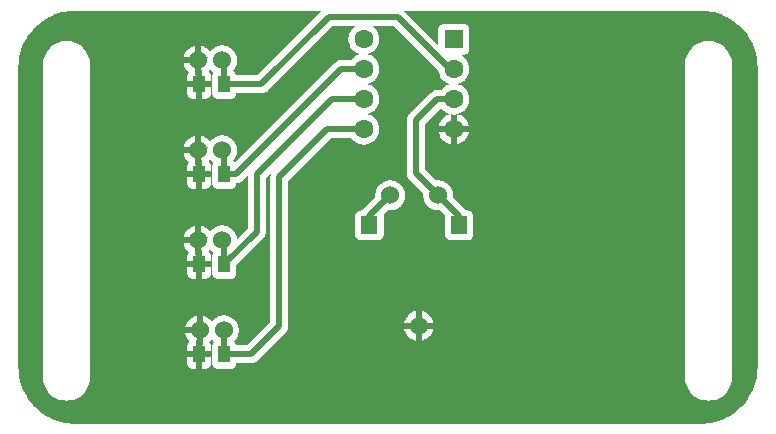
<source format=gbl>
G04 Layer: BottomLayer*
G04 EasyEDA v6.5.22, 2022-11-24 10:27:38*
G04 c2ffbf048bd549cebe30352b3eb0f613,ed70181f279245e6aff80281ee7dc86a,10*
G04 Gerber Generator version 0.2*
G04 Scale: 100 percent, Rotated: No, Reflected: No *
G04 Dimensions in millimeters *
G04 leading zeros omitted , absolute positions ,4 integer and 5 decimal *
%FSLAX45Y45*%
%MOMM*%

%AMMACRO1*21,1,$1,$2,0,0,$3*%
%ADD10C,0.5080*%
%ADD11C,0.5110*%
%ADD12MACRO1,1.016X1.397X0.0000*%
%ADD13MACRO1,1.5X1.4X90.0000*%
%ADD14MACRO1,1.6002X1.6002X-90.0000*%
%ADD15C,1.6002*%
%ADD16C,1.5240*%
%ADD17C,0.0162*%

%LPD*%
G36*
X1230731Y2651302D02*
G01*
X1201115Y2652217D01*
X1172311Y2654808D01*
X1143711Y2659176D01*
X1115466Y2665222D01*
X1087577Y2672994D01*
X1060246Y2682443D01*
X1033526Y2693517D01*
X1007567Y2706166D01*
X982370Y2720340D01*
X958087Y2736037D01*
X934770Y2753207D01*
X912571Y2771698D01*
X891540Y2791510D01*
X871728Y2812592D01*
X853186Y2834792D01*
X836066Y2858058D01*
X820369Y2882341D01*
X806145Y2907538D01*
X793496Y2933547D01*
X782421Y2960268D01*
X773023Y2987598D01*
X765251Y3015437D01*
X759155Y3043732D01*
X754837Y3072282D01*
X752195Y3101086D01*
X751332Y3130753D01*
X751332Y5669229D01*
X752195Y5698896D01*
X754837Y5727700D01*
X759155Y5756249D01*
X765251Y5784545D01*
X773023Y5812383D01*
X782421Y5839714D01*
X793496Y5866434D01*
X806145Y5892444D01*
X820369Y5917641D01*
X836066Y5941923D01*
X853186Y5965190D01*
X871728Y5987389D01*
X891540Y6008471D01*
X912571Y6028283D01*
X934770Y6046774D01*
X958087Y6063945D01*
X982370Y6079642D01*
X1007567Y6093815D01*
X1033526Y6106464D01*
X1060246Y6117539D01*
X1087577Y6126988D01*
X1115466Y6134760D01*
X1143711Y6140805D01*
X1172311Y6145174D01*
X1201115Y6147765D01*
X1230731Y6148679D01*
X3322421Y6148679D01*
X2774950Y5601208D01*
X2595727Y5601208D01*
X2595422Y5604357D01*
X2592476Y5614009D01*
X2587752Y5622848D01*
X2581351Y5630621D01*
X2573578Y5637022D01*
X2571140Y5638342D01*
X2571140Y5642457D01*
X2579674Y5652770D01*
X2588260Y5666282D01*
X2595067Y5680760D01*
X2599994Y5696000D01*
X2602992Y5711698D01*
X2604008Y5727700D01*
X2602992Y5743702D01*
X2599994Y5759399D01*
X2595067Y5774639D01*
X2588260Y5789117D01*
X2579674Y5802630D01*
X2569464Y5814974D01*
X2557780Y5825947D01*
X2544826Y5835345D01*
X2530805Y5843066D01*
X2515920Y5848959D01*
X2500376Y5852972D01*
X2484526Y5854954D01*
X2468473Y5854954D01*
X2452624Y5852972D01*
X2437079Y5848959D01*
X2422194Y5843066D01*
X2408174Y5835345D01*
X2395220Y5825947D01*
X2383536Y5814974D01*
X2374900Y5804509D01*
X2366264Y5814974D01*
X2354580Y5825947D01*
X2341626Y5835345D01*
X2327605Y5843066D01*
X2312720Y5848959D01*
X2298700Y5852566D01*
X2298700Y5753100D01*
X2351786Y5753100D01*
X2350008Y5743702D01*
X2348992Y5727700D01*
X2350008Y5711698D01*
X2351786Y5702300D01*
X2298700Y5702300D01*
X2298700Y5645658D01*
X2306320Y5645658D01*
X2306320Y5549900D01*
X2383028Y5549900D01*
X2383028Y5594350D01*
X2382062Y5604357D01*
X2379116Y5614009D01*
X2374392Y5622848D01*
X2367991Y5630621D01*
X2361488Y5635955D01*
X2366264Y5640425D01*
X2374900Y5650890D01*
X2383536Y5640425D01*
X2395220Y5629452D01*
X2402128Y5624423D01*
X2400808Y5622848D01*
X2396083Y5614009D01*
X2393137Y5604357D01*
X2392172Y5594350D01*
X2392172Y5454650D01*
X2393137Y5444642D01*
X2396083Y5434990D01*
X2400808Y5426151D01*
X2407208Y5418378D01*
X2414981Y5411978D01*
X2423820Y5407253D01*
X2433472Y5404307D01*
X2443480Y5403342D01*
X2545080Y5403342D01*
X2555087Y5404307D01*
X2564739Y5407253D01*
X2573578Y5411978D01*
X2581351Y5418378D01*
X2587752Y5426151D01*
X2592476Y5434990D01*
X2595422Y5444642D01*
X2595727Y5447792D01*
X2806700Y5447792D01*
X2818688Y5448757D01*
X2830423Y5451551D01*
X2841548Y5456174D01*
X2851810Y5462422D01*
X2860954Y5470245D01*
X3409950Y6019292D01*
X3607054Y6019292D01*
X3599129Y6014364D01*
X3586530Y6004255D01*
X3575253Y5992622D01*
X3565550Y5979718D01*
X3557473Y5965748D01*
X3551123Y5950864D01*
X3546703Y5935268D01*
X3544265Y5919317D01*
X3543757Y5903163D01*
X3545230Y5887059D01*
X3548684Y5871260D01*
X3554069Y5856020D01*
X3561283Y5841542D01*
X3570224Y5828080D01*
X3580739Y5815787D01*
X3592677Y5804916D01*
X3605885Y5795568D01*
X3620109Y5787898D01*
X3635197Y5782056D01*
X3642207Y5780278D01*
X3627577Y5775655D01*
X3612896Y5768898D01*
X3599129Y5760364D01*
X3586530Y5750255D01*
X3575253Y5738622D01*
X3568750Y5729986D01*
X3481578Y5729986D01*
X3469589Y5729020D01*
X3457854Y5726226D01*
X3446729Y5721604D01*
X3436467Y5715355D01*
X3427323Y5707532D01*
X2584551Y4864760D01*
X2581351Y4868621D01*
X2573578Y4875022D01*
X2571140Y4876342D01*
X2571140Y4880457D01*
X2579674Y4890770D01*
X2588260Y4904282D01*
X2595067Y4918760D01*
X2599994Y4934000D01*
X2602992Y4949698D01*
X2604008Y4965700D01*
X2602992Y4981702D01*
X2599994Y4997399D01*
X2595067Y5012639D01*
X2588260Y5027117D01*
X2579674Y5040630D01*
X2569464Y5052974D01*
X2557780Y5063947D01*
X2544826Y5073345D01*
X2530805Y5081066D01*
X2515920Y5086959D01*
X2500376Y5090972D01*
X2484526Y5092954D01*
X2468473Y5092954D01*
X2452624Y5090972D01*
X2437079Y5086959D01*
X2422194Y5081066D01*
X2408174Y5073345D01*
X2395220Y5063947D01*
X2383536Y5052974D01*
X2374900Y5042509D01*
X2366264Y5052974D01*
X2354580Y5063947D01*
X2341626Y5073345D01*
X2327605Y5081066D01*
X2312720Y5086959D01*
X2298700Y5090566D01*
X2298700Y4991100D01*
X2351786Y4991100D01*
X2350008Y4981702D01*
X2348992Y4965700D01*
X2350008Y4949698D01*
X2351786Y4940300D01*
X2298700Y4940300D01*
X2298700Y4883658D01*
X2306320Y4883658D01*
X2306320Y4787900D01*
X2383028Y4787900D01*
X2383028Y4832350D01*
X2382062Y4842357D01*
X2379116Y4852009D01*
X2374392Y4860848D01*
X2367991Y4868621D01*
X2361488Y4873955D01*
X2366264Y4878425D01*
X2374900Y4888890D01*
X2383536Y4878425D01*
X2395220Y4867452D01*
X2402128Y4862423D01*
X2400808Y4860848D01*
X2396083Y4852009D01*
X2393137Y4842357D01*
X2392172Y4832350D01*
X2392172Y4692650D01*
X2393137Y4682642D01*
X2396083Y4672990D01*
X2400808Y4664151D01*
X2407208Y4656378D01*
X2414981Y4649978D01*
X2423820Y4645253D01*
X2433472Y4642307D01*
X2443480Y4641342D01*
X2545080Y4641342D01*
X2555087Y4642307D01*
X2564739Y4645253D01*
X2573578Y4649978D01*
X2581351Y4656378D01*
X2587752Y4664151D01*
X2592476Y4672990D01*
X2595422Y4682642D01*
X2595727Y4686198D01*
X2602788Y4686757D01*
X2614523Y4689551D01*
X2625648Y4694174D01*
X2635910Y4700422D01*
X2645054Y4708245D01*
X2691892Y4755134D01*
X2691892Y4306570D01*
X2603144Y4217822D01*
X2602992Y4219702D01*
X2599994Y4235399D01*
X2595067Y4250639D01*
X2588260Y4265117D01*
X2579674Y4278630D01*
X2569464Y4290974D01*
X2557780Y4301947D01*
X2544826Y4311345D01*
X2530805Y4319066D01*
X2515920Y4324959D01*
X2500376Y4328972D01*
X2484526Y4330954D01*
X2468473Y4330954D01*
X2452624Y4328972D01*
X2437079Y4324959D01*
X2422194Y4319066D01*
X2408174Y4311345D01*
X2395220Y4301947D01*
X2383536Y4290974D01*
X2374900Y4280509D01*
X2366264Y4290974D01*
X2354580Y4301947D01*
X2341626Y4311345D01*
X2327605Y4319066D01*
X2312720Y4324959D01*
X2298700Y4328566D01*
X2298700Y4229100D01*
X2351786Y4229100D01*
X2350008Y4219702D01*
X2348992Y4203700D01*
X2350008Y4187698D01*
X2351786Y4178300D01*
X2298700Y4178300D01*
X2298700Y4121658D01*
X2306320Y4121658D01*
X2306320Y4025900D01*
X2383028Y4025900D01*
X2383028Y4070350D01*
X2382062Y4080357D01*
X2379116Y4090009D01*
X2374392Y4098848D01*
X2367991Y4106621D01*
X2361488Y4111955D01*
X2366264Y4116425D01*
X2374900Y4126890D01*
X2383536Y4116425D01*
X2395220Y4105452D01*
X2402128Y4100423D01*
X2400808Y4098848D01*
X2396083Y4090009D01*
X2393137Y4080357D01*
X2392172Y4070350D01*
X2392172Y3930650D01*
X2393137Y3920642D01*
X2396083Y3910990D01*
X2400808Y3902151D01*
X2407208Y3894378D01*
X2414981Y3887978D01*
X2423820Y3883253D01*
X2433472Y3880307D01*
X2443480Y3879342D01*
X2545080Y3879342D01*
X2555087Y3880307D01*
X2564739Y3883253D01*
X2573578Y3887978D01*
X2581351Y3894378D01*
X2587752Y3902151D01*
X2592476Y3910990D01*
X2595422Y3920642D01*
X2596388Y3930650D01*
X2596388Y3994150D01*
X2822854Y4220565D01*
X2830677Y4229709D01*
X2836926Y4239971D01*
X2841548Y4251096D01*
X2844342Y4262831D01*
X2845308Y4274820D01*
X2845308Y4730750D01*
X2898648Y4784039D01*
X2897022Y4782210D01*
X2890774Y4771948D01*
X2886151Y4760823D01*
X2883357Y4749088D01*
X2882392Y4737100D01*
X2882392Y3511550D01*
X2686050Y3315208D01*
X2595727Y3315208D01*
X2595422Y3318357D01*
X2592476Y3328009D01*
X2587752Y3336848D01*
X2581351Y3344621D01*
X2576220Y3348837D01*
X2582164Y3354425D01*
X2592374Y3366770D01*
X2600960Y3380282D01*
X2607767Y3394760D01*
X2612694Y3410000D01*
X2615692Y3425698D01*
X2616708Y3441700D01*
X2615692Y3457701D01*
X2612694Y3473399D01*
X2607767Y3488639D01*
X2600960Y3503117D01*
X2592374Y3516629D01*
X2582164Y3528974D01*
X2570480Y3539947D01*
X2557526Y3549345D01*
X2543505Y3557066D01*
X2528620Y3562959D01*
X2513076Y3566972D01*
X2497226Y3568954D01*
X2481173Y3568954D01*
X2465324Y3566972D01*
X2449779Y3562959D01*
X2434894Y3557066D01*
X2420874Y3549345D01*
X2407920Y3539947D01*
X2396236Y3528974D01*
X2387600Y3518509D01*
X2378964Y3528974D01*
X2367280Y3539947D01*
X2354326Y3549345D01*
X2340305Y3557066D01*
X2325420Y3562959D01*
X2311400Y3566566D01*
X2311400Y3467100D01*
X2364486Y3467100D01*
X2362708Y3457701D01*
X2361692Y3441700D01*
X2362708Y3425698D01*
X2364486Y3416300D01*
X2311400Y3416300D01*
X2311400Y3316833D01*
X2306320Y3316020D01*
X2306320Y3263900D01*
X2383028Y3263900D01*
X2383028Y3308350D01*
X2382062Y3318357D01*
X2379116Y3328009D01*
X2374392Y3336848D01*
X2368245Y3344367D01*
X2378964Y3354425D01*
X2387600Y3364890D01*
X2396236Y3354425D01*
X2406954Y3344367D01*
X2400808Y3336848D01*
X2396083Y3328009D01*
X2393137Y3318357D01*
X2392172Y3308350D01*
X2392172Y3168650D01*
X2393137Y3158642D01*
X2396083Y3148990D01*
X2400808Y3140151D01*
X2407208Y3132378D01*
X2414981Y3125978D01*
X2423820Y3121253D01*
X2433472Y3118307D01*
X2443480Y3117342D01*
X2545080Y3117342D01*
X2555087Y3118307D01*
X2564739Y3121253D01*
X2573578Y3125978D01*
X2581351Y3132378D01*
X2587752Y3140151D01*
X2592476Y3148990D01*
X2595422Y3158642D01*
X2595727Y3161792D01*
X2717800Y3161792D01*
X2729788Y3162757D01*
X2741523Y3165551D01*
X2752648Y3170174D01*
X2762910Y3176422D01*
X2772054Y3184245D01*
X3013354Y3425545D01*
X3021177Y3434689D01*
X3027426Y3444951D01*
X3032048Y3456076D01*
X3034842Y3467811D01*
X3035808Y3479800D01*
X3035808Y4705350D01*
X3399028Y5068570D01*
X3568547Y5068570D01*
X3570224Y5066080D01*
X3580739Y5053787D01*
X3592677Y5042916D01*
X3605885Y5033568D01*
X3620109Y5025898D01*
X3635197Y5020056D01*
X3650894Y5016093D01*
X3666896Y5014112D01*
X3683101Y5014112D01*
X3699154Y5016093D01*
X3714800Y5020056D01*
X3729888Y5025898D01*
X3744112Y5033568D01*
X3757320Y5042916D01*
X3769258Y5053787D01*
X3779774Y5066080D01*
X3788714Y5079542D01*
X3795928Y5094020D01*
X3801313Y5109260D01*
X3804767Y5125059D01*
X3806240Y5141163D01*
X3805783Y5157317D01*
X3803294Y5173268D01*
X3798874Y5188864D01*
X3792575Y5203748D01*
X3784447Y5217718D01*
X3774744Y5230622D01*
X3763467Y5242255D01*
X3750868Y5252364D01*
X3737101Y5260898D01*
X3722420Y5267655D01*
X3707841Y5272278D01*
X3714800Y5274056D01*
X3729888Y5279898D01*
X3744112Y5287568D01*
X3757320Y5296916D01*
X3769258Y5307787D01*
X3779774Y5320080D01*
X3788714Y5333542D01*
X3795928Y5348020D01*
X3801313Y5363260D01*
X3804767Y5379059D01*
X3806240Y5395163D01*
X3805783Y5411317D01*
X3803294Y5427268D01*
X3798874Y5442864D01*
X3792575Y5457748D01*
X3784447Y5471718D01*
X3774744Y5484622D01*
X3763467Y5496255D01*
X3750868Y5506364D01*
X3737101Y5514898D01*
X3722420Y5521655D01*
X3707841Y5526278D01*
X3714800Y5528056D01*
X3729888Y5533898D01*
X3744112Y5541568D01*
X3757320Y5550916D01*
X3769258Y5561787D01*
X3779774Y5574080D01*
X3788714Y5587542D01*
X3795928Y5602020D01*
X3801313Y5617260D01*
X3804767Y5633059D01*
X3806240Y5649163D01*
X3805783Y5665317D01*
X3803294Y5681268D01*
X3798874Y5696864D01*
X3792575Y5711748D01*
X3784447Y5725718D01*
X3774744Y5738622D01*
X3763467Y5750255D01*
X3750868Y5760364D01*
X3737101Y5768898D01*
X3722420Y5775655D01*
X3707841Y5780278D01*
X3714800Y5782056D01*
X3729888Y5787898D01*
X3744112Y5795568D01*
X3757320Y5804916D01*
X3769258Y5815787D01*
X3779774Y5828080D01*
X3788714Y5841542D01*
X3795928Y5856020D01*
X3801313Y5871260D01*
X3804767Y5887059D01*
X3806240Y5903163D01*
X3805783Y5919317D01*
X3803294Y5935268D01*
X3798874Y5950864D01*
X3792575Y5965748D01*
X3784447Y5979718D01*
X3774744Y5992622D01*
X3763467Y6004255D01*
X3750868Y6014364D01*
X3742944Y6019292D01*
X3930650Y6019292D01*
X4306265Y5643676D01*
X4307230Y5633059D01*
X4310684Y5617260D01*
X4316069Y5602020D01*
X4323283Y5587542D01*
X4332224Y5574080D01*
X4342739Y5561787D01*
X4354677Y5550916D01*
X4367885Y5541568D01*
X4382109Y5533898D01*
X4397197Y5528056D01*
X4404207Y5526278D01*
X4389577Y5521655D01*
X4374896Y5514898D01*
X4361129Y5506364D01*
X4348530Y5496255D01*
X4337253Y5484622D01*
X4330700Y5475884D01*
X4294276Y5475884D01*
X4282287Y5474970D01*
X4270603Y5472176D01*
X4259478Y5467553D01*
X4249216Y5461254D01*
X4240072Y5453430D01*
X4060545Y5273954D01*
X4052722Y5264810D01*
X4046474Y5254548D01*
X4041851Y5243423D01*
X4039057Y5231688D01*
X4038092Y5219700D01*
X4038092Y4775200D01*
X4039057Y4763211D01*
X4041851Y4751476D01*
X4046474Y4740351D01*
X4052722Y4730089D01*
X4060545Y4720945D01*
X4179112Y4602378D01*
X4178808Y4600702D01*
X4177792Y4584700D01*
X4178808Y4568698D01*
X4181805Y4553000D01*
X4186732Y4537760D01*
X4193540Y4523282D01*
X4202125Y4509770D01*
X4212336Y4497425D01*
X4224020Y4486452D01*
X4236974Y4477054D01*
X4250994Y4469333D01*
X4265879Y4463440D01*
X4281424Y4459427D01*
X4297273Y4457446D01*
X4313326Y4457446D01*
X4322876Y4458665D01*
X4362704Y4418787D01*
X4361789Y4415688D01*
X4360773Y4405680D01*
X4360773Y4255719D01*
X4361789Y4245711D01*
X4364685Y4236059D01*
X4369460Y4227169D01*
X4375810Y4219397D01*
X4383582Y4213047D01*
X4392472Y4208272D01*
X4402074Y4205376D01*
X4412081Y4204411D01*
X4552086Y4204411D01*
X4562094Y4205376D01*
X4571746Y4208272D01*
X4580585Y4213047D01*
X4588357Y4219397D01*
X4594758Y4227169D01*
X4599482Y4236059D01*
X4602429Y4245711D01*
X4603394Y4255719D01*
X4603394Y4405680D01*
X4602429Y4415688D01*
X4599482Y4425340D01*
X4594758Y4434179D01*
X4588357Y4442002D01*
X4580585Y4448352D01*
X4571746Y4453077D01*
X4562094Y4456023D01*
X4552086Y4456988D01*
X4540707Y4456988D01*
X4536338Y4462170D01*
X4431487Y4567021D01*
X4431792Y4568698D01*
X4432808Y4584700D01*
X4431792Y4600702D01*
X4428794Y4616399D01*
X4423867Y4631639D01*
X4417060Y4646117D01*
X4408474Y4659630D01*
X4398264Y4671974D01*
X4386580Y4682947D01*
X4373626Y4692345D01*
X4359605Y4700066D01*
X4344720Y4705959D01*
X4329176Y4709972D01*
X4313326Y4711954D01*
X4297273Y4711954D01*
X4287723Y4710734D01*
X4191508Y4806950D01*
X4191508Y5187950D01*
X4326077Y5322468D01*
X4330598Y5322468D01*
X4332224Y5320080D01*
X4342739Y5307787D01*
X4354677Y5296916D01*
X4367885Y5287568D01*
X4382109Y5279898D01*
X4397197Y5274056D01*
X4404207Y5272278D01*
X4389577Y5267655D01*
X4374896Y5260898D01*
X4361129Y5252364D01*
X4348530Y5242255D01*
X4337253Y5230622D01*
X4327550Y5217718D01*
X4319473Y5203748D01*
X4313123Y5188864D01*
X4308703Y5173268D01*
X4308297Y5170576D01*
X4411624Y5170576D01*
X4411624Y5270449D01*
X4412894Y5270093D01*
X4428896Y5268112D01*
X4445101Y5268112D01*
X4461154Y5270093D01*
X4462424Y5270449D01*
X4462424Y5170576D01*
X4565700Y5170576D01*
X4565294Y5173268D01*
X4560874Y5188864D01*
X4554575Y5203748D01*
X4546447Y5217718D01*
X4536744Y5230622D01*
X4525467Y5242255D01*
X4512868Y5252364D01*
X4499102Y5260898D01*
X4484420Y5267655D01*
X4469841Y5272278D01*
X4476800Y5274056D01*
X4491888Y5279898D01*
X4506112Y5287568D01*
X4519320Y5296916D01*
X4531258Y5307787D01*
X4541774Y5320080D01*
X4550714Y5333542D01*
X4557928Y5348020D01*
X4563313Y5363260D01*
X4566767Y5379059D01*
X4568240Y5395163D01*
X4567783Y5411317D01*
X4565294Y5427268D01*
X4560874Y5442864D01*
X4554575Y5457748D01*
X4546447Y5471718D01*
X4536744Y5484622D01*
X4525467Y5496255D01*
X4512868Y5506364D01*
X4499102Y5514898D01*
X4484420Y5521655D01*
X4469841Y5526278D01*
X4476800Y5528056D01*
X4491888Y5533898D01*
X4506112Y5541568D01*
X4519320Y5550916D01*
X4531258Y5561787D01*
X4541774Y5574080D01*
X4550714Y5587542D01*
X4557928Y5602020D01*
X4563313Y5617260D01*
X4566767Y5633059D01*
X4568240Y5649163D01*
X4567783Y5665317D01*
X4565294Y5681268D01*
X4560874Y5696864D01*
X4554575Y5711748D01*
X4546447Y5725718D01*
X4536744Y5738622D01*
X4525467Y5750255D01*
X4512868Y5760364D01*
X4499102Y5768898D01*
X4483709Y5775858D01*
X4517034Y5775858D01*
X4527042Y5776874D01*
X4536643Y5779770D01*
X4545533Y5784545D01*
X4553305Y5790895D01*
X4559655Y5798667D01*
X4564430Y5807557D01*
X4567326Y5817158D01*
X4568342Y5827166D01*
X4568342Y5987186D01*
X4567326Y5997194D01*
X4564430Y6006846D01*
X4559655Y6015736D01*
X4553305Y6023508D01*
X4545533Y6029858D01*
X4536643Y6034633D01*
X4527042Y6037529D01*
X4517034Y6038494D01*
X4357014Y6038494D01*
X4347006Y6037529D01*
X4337354Y6034633D01*
X4328464Y6029858D01*
X4320692Y6023508D01*
X4314342Y6015736D01*
X4309567Y6006846D01*
X4306671Y5997194D01*
X4305706Y5987186D01*
X4305706Y5861202D01*
X4018178Y6148679D01*
X6529222Y6148679D01*
X6558889Y6147765D01*
X6587693Y6145174D01*
X6616293Y6140805D01*
X6644538Y6134760D01*
X6672376Y6126988D01*
X6699707Y6117539D01*
X6726428Y6106464D01*
X6752437Y6093815D01*
X6777634Y6079642D01*
X6801916Y6063945D01*
X6825183Y6046774D01*
X6847382Y6028283D01*
X6868464Y6008471D01*
X6888276Y5987389D01*
X6906768Y5965190D01*
X6923938Y5941923D01*
X6939635Y5917641D01*
X6953808Y5892444D01*
X6966508Y5866434D01*
X6977532Y5839714D01*
X6986981Y5812383D01*
X6994753Y5784545D01*
X7000798Y5756249D01*
X7005167Y5727700D01*
X7007758Y5698896D01*
X7008672Y5669229D01*
X7008672Y3130753D01*
X7007758Y3101086D01*
X7005167Y3072282D01*
X7000798Y3043732D01*
X6994753Y3015437D01*
X6986981Y2987598D01*
X6977532Y2960268D01*
X6966508Y2933547D01*
X6953808Y2907538D01*
X6939635Y2882341D01*
X6923938Y2858058D01*
X6906768Y2834792D01*
X6888276Y2812592D01*
X6868464Y2791510D01*
X6847382Y2771698D01*
X6825183Y2753207D01*
X6801916Y2736037D01*
X6777634Y2720340D01*
X6752437Y2706166D01*
X6726428Y2693517D01*
X6699707Y2682443D01*
X6672376Y2672994D01*
X6644538Y2665222D01*
X6616293Y2659176D01*
X6587693Y2654808D01*
X6558889Y2652217D01*
X6529222Y2651302D01*
G37*

%LPC*%
G36*
X6593687Y2846679D02*
G01*
X6613448Y2847644D01*
X6632956Y2850540D01*
X6652158Y2855366D01*
X6670751Y2862021D01*
X6688581Y2870454D01*
X6705549Y2880614D01*
X6721398Y2892399D01*
X6736029Y2905658D01*
X6749288Y2920288D01*
X6761073Y2936138D01*
X6771233Y2953105D01*
X6779666Y2970987D01*
X6786321Y2989580D01*
X6791147Y3008731D01*
X6794042Y3028289D01*
X6795008Y3048000D01*
X6795008Y5689600D01*
X6794042Y5709310D01*
X6791147Y5728868D01*
X6786321Y5748020D01*
X6779666Y5766612D01*
X6771233Y5784494D01*
X6761073Y5801461D01*
X6749288Y5817311D01*
X6736029Y5831941D01*
X6721398Y5845200D01*
X6705549Y5856986D01*
X6688581Y5867146D01*
X6670751Y5875578D01*
X6652158Y5882233D01*
X6632956Y5887059D01*
X6613448Y5889955D01*
X6593687Y5890920D01*
X6573977Y5889955D01*
X6554419Y5887059D01*
X6535267Y5882233D01*
X6516674Y5875578D01*
X6498793Y5867146D01*
X6481876Y5856986D01*
X6465976Y5845200D01*
X6451346Y5831941D01*
X6438087Y5817311D01*
X6426301Y5801461D01*
X6416141Y5784494D01*
X6407708Y5766612D01*
X6401054Y5748020D01*
X6396278Y5728868D01*
X6393383Y5709310D01*
X6392418Y5689600D01*
X6392418Y3048000D01*
X6393383Y3028289D01*
X6396278Y3008731D01*
X6401054Y2989580D01*
X6407708Y2970987D01*
X6416141Y2953105D01*
X6426301Y2936138D01*
X6438087Y2920288D01*
X6451346Y2905658D01*
X6465976Y2892399D01*
X6481876Y2880614D01*
X6498793Y2870454D01*
X6516674Y2862021D01*
X6535267Y2855366D01*
X6554419Y2850540D01*
X6573977Y2847644D01*
G37*
G36*
X1158087Y2846679D02*
G01*
X1177848Y2847644D01*
X1197356Y2850540D01*
X1216558Y2855366D01*
X1235151Y2862021D01*
X1252982Y2870454D01*
X1269949Y2880614D01*
X1285798Y2892399D01*
X1300429Y2905658D01*
X1313688Y2920288D01*
X1325473Y2936138D01*
X1335633Y2953105D01*
X1344066Y2970987D01*
X1350721Y2989580D01*
X1355547Y3008731D01*
X1358442Y3028289D01*
X1359408Y3048000D01*
X1359408Y5689600D01*
X1358442Y5709310D01*
X1355547Y5728868D01*
X1350721Y5748020D01*
X1344066Y5766612D01*
X1335633Y5784494D01*
X1325473Y5801461D01*
X1313688Y5817311D01*
X1300429Y5831941D01*
X1285798Y5845200D01*
X1269949Y5856986D01*
X1252982Y5867146D01*
X1235151Y5875578D01*
X1216558Y5882233D01*
X1197356Y5887059D01*
X1177848Y5889955D01*
X1158087Y5890920D01*
X1138377Y5889955D01*
X1118819Y5887059D01*
X1099667Y5882233D01*
X1081074Y5875578D01*
X1063193Y5867146D01*
X1046276Y5856986D01*
X1030376Y5845200D01*
X1015746Y5831941D01*
X1002487Y5817311D01*
X990701Y5801461D01*
X980541Y5784494D01*
X972108Y5766612D01*
X965453Y5748020D01*
X960678Y5728868D01*
X957783Y5709310D01*
X956818Y5689600D01*
X956818Y3048000D01*
X957783Y3028289D01*
X960678Y3008731D01*
X965453Y2989580D01*
X972108Y2970987D01*
X980541Y2953105D01*
X990701Y2936138D01*
X1002487Y2920288D01*
X1015746Y2905658D01*
X1030376Y2892399D01*
X1046276Y2880614D01*
X1063193Y2870454D01*
X1081074Y2862021D01*
X1099667Y2855366D01*
X1118819Y2850540D01*
X1138377Y2847644D01*
G37*
G36*
X2306320Y3117342D02*
G01*
X2331720Y3117342D01*
X2341727Y3118307D01*
X2351379Y3121253D01*
X2360218Y3125978D01*
X2367991Y3132378D01*
X2374392Y3140151D01*
X2379116Y3148990D01*
X2382062Y3158642D01*
X2383028Y3168650D01*
X2383028Y3213100D01*
X2306320Y3213100D01*
G37*
G36*
X2230120Y3117342D02*
G01*
X2255520Y3117342D01*
X2255520Y3213100D01*
X2178812Y3213100D01*
X2178812Y3168650D01*
X2179777Y3158642D01*
X2182723Y3148990D01*
X2187448Y3140151D01*
X2193848Y3132378D01*
X2201621Y3125978D01*
X2210460Y3121253D01*
X2220112Y3118307D01*
G37*
G36*
X2178812Y3263900D02*
G01*
X2255520Y3263900D01*
X2255520Y3359658D01*
X2260600Y3359658D01*
X2260600Y3416300D01*
X2161286Y3416300D01*
X2162505Y3410000D01*
X2167432Y3394760D01*
X2174240Y3380282D01*
X2182825Y3366770D01*
X2193036Y3354425D01*
X2198979Y3348837D01*
X2193848Y3344621D01*
X2187448Y3336848D01*
X2182723Y3328009D01*
X2179777Y3318357D01*
X2178812Y3308350D01*
G37*
G36*
X4114800Y3354933D02*
G01*
X4114800Y3454400D01*
X4015486Y3454400D01*
X4016705Y3448100D01*
X4021632Y3432860D01*
X4028440Y3418382D01*
X4037025Y3404870D01*
X4047236Y3392525D01*
X4058920Y3381552D01*
X4071874Y3372154D01*
X4085894Y3364433D01*
X4100779Y3358540D01*
G37*
G36*
X4165600Y3354933D02*
G01*
X4179620Y3358540D01*
X4194505Y3364433D01*
X4208526Y3372154D01*
X4221480Y3381552D01*
X4233164Y3392525D01*
X4243374Y3404870D01*
X4251960Y3418382D01*
X4258767Y3432860D01*
X4263694Y3448100D01*
X4264914Y3454400D01*
X4165600Y3454400D01*
G37*
G36*
X2161286Y3467100D02*
G01*
X2260600Y3467100D01*
X2260600Y3566566D01*
X2246579Y3562959D01*
X2231694Y3557066D01*
X2217674Y3549345D01*
X2204720Y3539947D01*
X2193036Y3528974D01*
X2182825Y3516629D01*
X2174240Y3503117D01*
X2167432Y3488639D01*
X2162505Y3473399D01*
G37*
G36*
X4165600Y3505200D02*
G01*
X4264914Y3505200D01*
X4263694Y3511499D01*
X4258767Y3526739D01*
X4251960Y3541217D01*
X4243374Y3554729D01*
X4233164Y3567074D01*
X4221480Y3578047D01*
X4208526Y3587445D01*
X4194505Y3595166D01*
X4179620Y3601059D01*
X4165600Y3604666D01*
G37*
G36*
X4015486Y3505200D02*
G01*
X4114800Y3505200D01*
X4114800Y3604666D01*
X4100779Y3601059D01*
X4085894Y3595166D01*
X4071874Y3587445D01*
X4058920Y3578047D01*
X4047236Y3567074D01*
X4037025Y3554729D01*
X4028440Y3541217D01*
X4021632Y3526739D01*
X4016705Y3511499D01*
G37*
G36*
X2306320Y3879342D02*
G01*
X2331720Y3879342D01*
X2341727Y3880307D01*
X2351379Y3883253D01*
X2360218Y3887978D01*
X2367991Y3894378D01*
X2374392Y3902151D01*
X2379116Y3910990D01*
X2382062Y3920642D01*
X2383028Y3930650D01*
X2383028Y3975100D01*
X2306320Y3975100D01*
G37*
G36*
X2230120Y3879342D02*
G01*
X2255520Y3879342D01*
X2255520Y3975100D01*
X2178812Y3975100D01*
X2178812Y3930650D01*
X2179777Y3920642D01*
X2182723Y3910990D01*
X2187448Y3902151D01*
X2193848Y3894378D01*
X2201621Y3887978D01*
X2210460Y3883253D01*
X2220112Y3880307D01*
G37*
G36*
X2178812Y4025900D02*
G01*
X2255520Y4025900D01*
X2255520Y4077665D01*
X2247900Y4078833D01*
X2247900Y4178300D01*
X2148586Y4178300D01*
X2149805Y4172000D01*
X2154732Y4156760D01*
X2161540Y4142282D01*
X2170125Y4128770D01*
X2180336Y4116425D01*
X2192578Y4105046D01*
X2187448Y4098848D01*
X2182723Y4090009D01*
X2179777Y4080357D01*
X2178812Y4070350D01*
G37*
G36*
X3652113Y4204411D02*
G01*
X3792118Y4204411D01*
X3802126Y4205376D01*
X3811727Y4208272D01*
X3820617Y4213047D01*
X3828389Y4219397D01*
X3834739Y4227169D01*
X3839514Y4236059D01*
X3842410Y4245711D01*
X3843426Y4255719D01*
X3843426Y4405680D01*
X3842410Y4415688D01*
X3841496Y4418787D01*
X3881323Y4458665D01*
X3890873Y4457446D01*
X3906926Y4457446D01*
X3922776Y4459427D01*
X3938320Y4463440D01*
X3953205Y4469333D01*
X3967226Y4477054D01*
X3980179Y4486452D01*
X3991864Y4497425D01*
X4002074Y4509770D01*
X4010660Y4523282D01*
X4017467Y4537760D01*
X4022394Y4553000D01*
X4025392Y4568698D01*
X4026408Y4584700D01*
X4025392Y4600702D01*
X4022394Y4616399D01*
X4017467Y4631639D01*
X4010660Y4646117D01*
X4002074Y4659630D01*
X3991864Y4671974D01*
X3980179Y4682947D01*
X3967226Y4692345D01*
X3953205Y4700066D01*
X3938320Y4705959D01*
X3922776Y4709972D01*
X3906926Y4711954D01*
X3890873Y4711954D01*
X3875024Y4709972D01*
X3859479Y4705959D01*
X3844594Y4700066D01*
X3830574Y4692345D01*
X3817620Y4682947D01*
X3805936Y4671974D01*
X3795725Y4659630D01*
X3787140Y4646117D01*
X3780332Y4631639D01*
X3775405Y4616399D01*
X3772408Y4600702D01*
X3771392Y4584700D01*
X3772408Y4568698D01*
X3772712Y4567021D01*
X3667861Y4462170D01*
X3663492Y4456988D01*
X3652113Y4456988D01*
X3642106Y4456023D01*
X3632454Y4453077D01*
X3623614Y4448352D01*
X3615842Y4442002D01*
X3609441Y4434179D01*
X3604717Y4425340D01*
X3601770Y4415688D01*
X3600805Y4405680D01*
X3600805Y4255719D01*
X3601770Y4245711D01*
X3604717Y4236059D01*
X3609441Y4227169D01*
X3615842Y4219397D01*
X3623614Y4213047D01*
X3632454Y4208272D01*
X3642106Y4205376D01*
G37*
G36*
X2148586Y4229100D02*
G01*
X2247900Y4229100D01*
X2247900Y4328566D01*
X2233879Y4324959D01*
X2218994Y4319066D01*
X2204974Y4311345D01*
X2192020Y4301947D01*
X2180336Y4290974D01*
X2170125Y4278630D01*
X2161540Y4265117D01*
X2154732Y4250639D01*
X2149805Y4235399D01*
G37*
G36*
X2306320Y4641342D02*
G01*
X2331720Y4641342D01*
X2341727Y4642307D01*
X2351379Y4645253D01*
X2360218Y4649978D01*
X2367991Y4656378D01*
X2374392Y4664151D01*
X2379116Y4672990D01*
X2382062Y4682642D01*
X2383028Y4692650D01*
X2383028Y4737100D01*
X2306320Y4737100D01*
G37*
G36*
X2230120Y4641342D02*
G01*
X2255520Y4641342D01*
X2255520Y4737100D01*
X2178812Y4737100D01*
X2178812Y4692650D01*
X2179777Y4682642D01*
X2182723Y4672990D01*
X2187448Y4664151D01*
X2193848Y4656378D01*
X2201621Y4649978D01*
X2210460Y4645253D01*
X2220112Y4642307D01*
G37*
G36*
X2178812Y4787900D02*
G01*
X2255520Y4787900D01*
X2255520Y4839665D01*
X2247900Y4840833D01*
X2247900Y4940300D01*
X2148586Y4940300D01*
X2149805Y4934000D01*
X2154732Y4918760D01*
X2161540Y4904282D01*
X2170125Y4890770D01*
X2180336Y4878425D01*
X2192578Y4867046D01*
X2187448Y4860848D01*
X2182723Y4852009D01*
X2179777Y4842357D01*
X2178812Y4832350D01*
G37*
G36*
X2148586Y4991100D02*
G01*
X2247900Y4991100D01*
X2247900Y5090566D01*
X2233879Y5086959D01*
X2218994Y5081066D01*
X2204974Y5073345D01*
X2192020Y5063947D01*
X2180336Y5052974D01*
X2170125Y5040630D01*
X2161540Y5027117D01*
X2154732Y5012639D01*
X2149805Y4997399D01*
G37*
G36*
X4411624Y5016449D02*
G01*
X4411624Y5119776D01*
X4308398Y5119776D01*
X4310684Y5109260D01*
X4316069Y5094020D01*
X4323283Y5079542D01*
X4332224Y5066080D01*
X4342739Y5053787D01*
X4354677Y5042916D01*
X4367885Y5033568D01*
X4382109Y5025898D01*
X4397197Y5020056D01*
G37*
G36*
X4462424Y5016449D02*
G01*
X4476800Y5020056D01*
X4491888Y5025898D01*
X4506112Y5033568D01*
X4519320Y5042916D01*
X4531258Y5053787D01*
X4541774Y5066080D01*
X4550714Y5079542D01*
X4557928Y5094020D01*
X4563313Y5109260D01*
X4565599Y5119776D01*
X4462424Y5119776D01*
G37*
G36*
X2230120Y5403342D02*
G01*
X2255520Y5403342D01*
X2255520Y5499100D01*
X2178812Y5499100D01*
X2178812Y5454650D01*
X2179777Y5444642D01*
X2182723Y5434990D01*
X2187448Y5426151D01*
X2193848Y5418378D01*
X2201621Y5411978D01*
X2210460Y5407253D01*
X2220112Y5404307D01*
G37*
G36*
X2306320Y5403342D02*
G01*
X2331720Y5403342D01*
X2341727Y5404307D01*
X2351379Y5407253D01*
X2360218Y5411978D01*
X2367991Y5418378D01*
X2374392Y5426151D01*
X2379116Y5434990D01*
X2382062Y5444642D01*
X2383028Y5454650D01*
X2383028Y5499100D01*
X2306320Y5499100D01*
G37*
G36*
X2178812Y5549900D02*
G01*
X2255520Y5549900D01*
X2255520Y5601665D01*
X2247900Y5602833D01*
X2247900Y5702300D01*
X2148586Y5702300D01*
X2149805Y5696000D01*
X2154732Y5680760D01*
X2161540Y5666282D01*
X2170125Y5652770D01*
X2180336Y5640425D01*
X2192578Y5629046D01*
X2187448Y5622848D01*
X2182723Y5614009D01*
X2179777Y5604357D01*
X2178812Y5594350D01*
G37*
G36*
X2148586Y5753100D02*
G01*
X2247900Y5753100D01*
X2247900Y5852566D01*
X2233879Y5848959D01*
X2218994Y5843066D01*
X2204974Y5835345D01*
X2192020Y5825947D01*
X2180336Y5814974D01*
X2170125Y5802630D01*
X2161540Y5789117D01*
X2154732Y5774639D01*
X2149805Y5759399D01*
G37*

%LPD*%
D10*
X4437125Y5653278D02*
G01*
X4405122Y5653278D01*
X3962400Y6096000D01*
X3378200Y6096000D01*
X2806700Y5524500D01*
X2494279Y5524500D01*
D11*
X2494279Y4762500D02*
G01*
X2494279Y4947920D01*
X2476500Y4965700D01*
X2494279Y4000500D02*
G01*
X2494279Y4185920D01*
X2476500Y4203700D01*
X2489200Y3441700D02*
G01*
X2494279Y3436620D01*
X2494279Y3238500D01*
X2476500Y5727700D02*
G01*
X2494279Y5709920D01*
X2494279Y5524500D01*
D10*
X3722115Y4330702D02*
G01*
X3722115Y4407915D01*
X3898900Y4584700D01*
X4482084Y4330700D02*
G01*
X4482084Y4407915D01*
X4305300Y4584700D01*
X4437001Y5399199D02*
G01*
X4294299Y5399199D01*
X4114800Y5219700D01*
X4114800Y4775200D01*
X4305300Y4584700D01*
X2494279Y4762500D02*
G01*
X2590800Y4762500D01*
X3481577Y5653278D01*
X3675125Y5653278D01*
X2494279Y4000500D02*
G01*
X2768600Y4274820D01*
X2768600Y4762500D01*
X3405377Y5399278D01*
X3675125Y5399278D01*
X2494279Y3238500D02*
G01*
X2717800Y3238500D01*
X2959100Y3479800D01*
X2959100Y4737100D01*
X3367277Y5145278D01*
X3675125Y5145278D01*
D12*
G01*
X2494279Y5524500D03*
G01*
X2280920Y5524500D03*
G01*
X2494279Y4762500D03*
G01*
X2280920Y4762500D03*
G01*
X2494279Y4000500D03*
G01*
X2280920Y4000500D03*
G01*
X2494279Y3238500D03*
G01*
X2280920Y3238500D03*
D13*
G01*
X4482091Y4330698D03*
G01*
X3722105Y4330698D03*
D14*
G01*
X4437001Y5907199D03*
D15*
G01*
X4436999Y5653201D03*
G01*
X4436999Y5399201D03*
G01*
X4436999Y5145201D03*
G01*
X3674999Y5145201D03*
G01*
X3674999Y5399201D03*
G01*
X3674999Y5653201D03*
G01*
X3674999Y5907201D03*
D16*
G01*
X2489200Y3441700D03*
G01*
X2286000Y3441700D03*
G01*
X2273300Y4203700D03*
G01*
X2476500Y4203700D03*
G01*
X2273300Y4965700D03*
G01*
X2476500Y4965700D03*
G01*
X2273300Y5727700D03*
G01*
X2476500Y5727700D03*
G01*
X4140200Y3479800D03*
G01*
X3898900Y4584700D03*
G01*
X4305300Y4584700D03*
M02*

</source>
